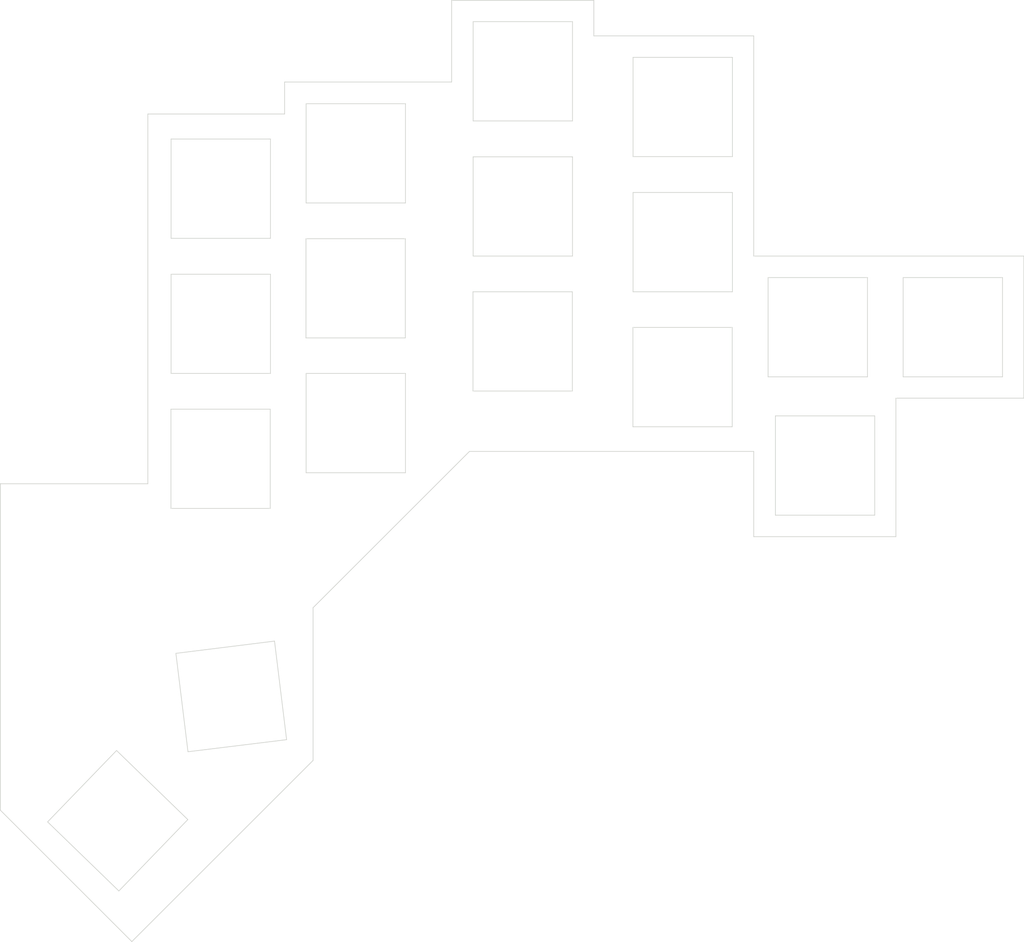
<source format=kicad_pcb>
(kicad_pcb (version 20221018) (generator pcbnew)
  (layers (0 "F.Cu" signal) (31 "B.Cu" signal) (34 "B.Paste" user) (35 "F.Paste" user) (36 "B.SilkS" user "B.Silkscreen") (37 "F.SilkS" user "F.Silkscreen") (38 "B.Mask" user) (39 "F.Mask" user) (44 "Edge.Cuts" user))
  (net 0 "")
  (footprint "MountingHole:MountingHole_2.2mm_M2_ISO7380" (layer "F.Cu") (at 96.52 131.826)
    (fp_text reference "REF**" hide)
    (fp_text value "MountingHole_2.2mm_M2_ISO7380" hide)
    (pad "" np_thru_hole circle (at 0 0) (size 2.2 2.2) (drill 2.2) (layers "F&B.Cu" "*.Mask"))
  )
  (footprint "MountingHole:MountingHole_2.2mm_M2_ISO7380" (layer "F.Cu") (at 124.46 60.706)
    (fp_text reference "REF**" hide)
    (fp_text value "MountingHole_2.2mm_M2_ISO7380" hide)
    (pad "" np_thru_hole circle (at 0 0) (size 2.2 2.2) (drill 2.2) (layers "F&B.Cu" "*.Mask"))
  )
  (footprint "MountingHole:MountingHole_2.2mm_M2_ISO7380" (layer "F.Cu") (at 145.796 86.36)
    (fp_text reference "REF**" hide)
    (fp_text value "MountingHole_2.2mm_M2_ISO7380" hide)
    (pad "" np_thru_hole circle (at 0 0) (size 2.2 2.2) (drill 2.2) (layers "F&B.Cu" "*.Mask"))
  )
  (footprint "MountingHole:MountingHole_2.2mm_M2_ISO7380" (layer "F.Cu") (at 169.164 57.15)
    (fp_text reference "REF**" hide)
    (fp_text value "MountingHole_2.2mm_M2_ISO7380" hide)
    (pad "" np_thru_hole circle (at 0 0) (size 2.2 2.2) (drill 2.2) (layers "F&B.Cu" "*.Mask"))
  )
  (footprint "MountingHole:MountingHole_2.2mm_M2_ISO7380" (layer "F.Cu") (at 189.992 74.676)
    (fp_text reference "REF**" hide)
    (fp_text value "MountingHole_2.2mm_M2_ISO7380" hide)
    (pad "" np_thru_hole circle (at 0 0) (size 2.2 2.2) (drill 2.2) (layers "F&B.Cu" "*.Mask"))
  )
  (gr_line (start 107.4674 70.1548) (end 107.4674 84.3534) (stroke (width 0.1)) (layer "Edge.Cuts"))
  (gr_line (start 164.8206 72.6694) (end 150.622 72.6694) (stroke (width 0.1)) (layer "Edge.Cuts"))
  (gr_line (start 121.666 84.3534) (end 121.666 70.1548) (stroke (width 0.1)) (layer "Edge.Cuts"))
  (gr_line (start 107.442 103.6574) (end 121.6406 103.6574) (stroke (width 0.1)) (layer "Edge.Cuts"))
  (gr_line (start 109.855 148.1582) (end 99.9998 158.369) (stroke (width 0.1)) (layer "Edge.Cuts"))
  (gr_line (start 121.666 70.1548) (end 107.4674 70.1548) (stroke (width 0.1)) (layer "Edge.Cuts"))
  (gr_line (start 187.706 53.34) (end 187.706 39.1414) (stroke (width 0.1)) (layer "Edge.Cuts"))
  (gr_line (start 150.6474 67.564) (end 164.846 67.564) (stroke (width 0.1)) (layer "Edge.Cuts"))
  (gr_line (start 126.7714 84.3534) (end 126.7714 98.552) (stroke (width 0.1)) (layer "Edge.Cuts"))
  (gr_line (start 107.442 89.4588) (end 107.442 103.6574) (stroke (width 0.1)) (layer "Edge.Cuts"))
  (gr_line (start 190.754 67.564) (end 190.754 36.068) (stroke (width 0.1)) (layer "Edge.Cuts"))
  (gr_line (start 164.846 53.3654) (end 150.6474 53.3654) (stroke (width 0.1)) (layer "Edge.Cuts"))
  (gr_line (start 150.6474 34.036) (end 150.6474 48.2346) (stroke (width 0.1)) (layer "Edge.Cuts"))
  (gr_line (start 126.746 65.0748) (end 126.746 79.2734) (stroke (width 0.1)) (layer "Edge.Cuts"))
  (gr_line (start 99.6696 138.2776) (end 109.855 148.1582) (stroke (width 0.1)) (layer "Edge.Cuts"))
  (gr_line (start 107.4674 65.024) (end 121.666 65.024) (stroke (width 0.1)) (layer "Edge.Cuts"))
  (gr_line (start 173.5074 39.1414) (end 173.5074 53.34) (stroke (width 0.1)) (layer "Edge.Cuts"))
  (gr_line (start 192.8114 70.6374) (end 192.8114 84.836) (stroke (width 0.1)) (layer "Edge.Cuts"))
  (gr_line (start 190.754 95.504) (end 190.754 107.696) (stroke (width 0.1)) (layer "Edge.Cuts"))
  (gr_line (start 192.8114 84.836) (end 207.01 84.836) (stroke (width 0.1)) (layer "Edge.Cuts"))
  (gr_line (start 127.762 139.7) (end 127.762 117.856) (stroke (width 0.1)) (layer "Edge.Cuts"))
  (gr_line (start 190.754 36.068) (end 167.894 36.068) (stroke (width 0.1)) (layer "Edge.Cuts"))
  (gr_line (start 140.9446 65.0748) (end 126.746 65.0748) (stroke (width 0.1)) (layer "Edge.Cuts"))
  (gr_line (start 212.1154 84.836) (end 226.314 84.836) (stroke (width 0.1)) (layer "Edge.Cuts"))
  (gr_line (start 107.4674 50.8254) (end 107.4674 65.024) (stroke (width 0.1)) (layer "Edge.Cuts"))
  (gr_line (start 173.482 91.9734) (end 187.6806 91.9734) (stroke (width 0.1)) (layer "Edge.Cuts"))
  (gr_line (start 104.14 100.1268) (end 83.058 100.1268) (stroke (width 0.1)) (layer "Edge.Cuts"))
  (gr_line (start 190.754 107.696) (end 211.074 107.696) (stroke (width 0.1)) (layer "Edge.Cuts"))
  (gr_line (start 164.8206 86.868) (end 164.8206 72.6694) (stroke (width 0.1)) (layer "Edge.Cuts"))
  (gr_line (start 208.0514 104.6226) (end 208.0514 90.424) (stroke (width 0.1)) (layer "Edge.Cuts"))
  (gr_line (start 107.4674 84.3534) (end 121.666 84.3534) (stroke (width 0.1)) (layer "Edge.Cuts"))
  (gr_line (start 187.6806 91.9734) (end 187.6806 77.7748) (stroke (width 0.1)) (layer "Edge.Cuts"))
  (gr_line (start 226.314 70.6374) (end 212.1154 70.6374) (stroke (width 0.1)) (layer "Edge.Cuts"))
  (gr_line (start 140.97 98.552) (end 140.97 84.3534) (stroke (width 0.1)) (layer "Edge.Cuts"))
  (gr_line (start 121.6406 103.6574) (end 121.6406 89.4588) (stroke (width 0.1)) (layer "Edge.Cuts"))
  (gr_line (start 126.7714 45.7708) (end 126.7714 59.9694) (stroke (width 0.1)) (layer "Edge.Cuts"))
  (gr_line (start 193.8528 104.6226) (end 208.0514 104.6226) (stroke (width 0.1)) (layer "Edge.Cuts"))
  (gr_line (start 229.362 87.884) (end 211.074 87.884) (stroke (width 0.1)) (layer "Edge.Cuts"))
  (gr_line (start 147.574 30.988) (end 147.574 42.672) (stroke (width 0.1)) (layer "Edge.Cuts"))
  (gr_line (start 150.114 95.504) (end 190.754 95.504) (stroke (width 0.1)) (layer "Edge.Cuts"))
  (gr_line (start 89.8144 148.4884) (end 99.6696 138.2776) (stroke (width 0.1)) (layer "Edge.Cuts"))
  (gr_line (start 173.5074 53.34) (end 187.706 53.34) (stroke (width 0.1)) (layer "Edge.Cuts"))
  (gr_line (start 167.894 30.988) (end 167.894 36.068) (stroke (width 0.1)) (layer "Edge.Cuts"))
  (gr_line (start 122.2502 122.6312) (end 123.9774 136.7282) (stroke (width 0.1)) (layer "Edge.Cuts"))
  (gr_line (start 173.482 77.7748) (end 173.482 91.9734) (stroke (width 0.1)) (layer "Edge.Cuts"))
  (gr_line (start 164.846 34.036) (end 150.6474 34.036) (stroke (width 0.1)) (layer "Edge.Cuts"))
  (gr_line (start 147.574 42.672) (end 123.698 42.672) (stroke (width 0.1)) (layer "Edge.Cuts"))
  (gr_line (start 83.058 146.812) (end 101.854 165.608) (stroke (width 0.1)) (layer "Edge.Cuts"))
  (gr_line (start 229.362 87.884) (end 229.362 67.564) (stroke (width 0.1)) (layer "Edge.Cuts"))
  (gr_line (start 167.894 30.988) (end 147.574 30.988) (stroke (width 0.1)) (layer "Edge.Cuts"))
  (gr_line (start 187.706 58.4708) (end 173.5074 58.4708) (stroke (width 0.1)) (layer "Edge.Cuts"))
  (gr_line (start 211.074 87.884) (end 211.074 107.696) (stroke (width 0.1)) (layer "Edge.Cuts"))
  (gr_line (start 229.362 67.564) (end 190.754 67.564) (stroke (width 0.1)) (layer "Edge.Cuts"))
  (gr_line (start 164.846 67.564) (end 164.846 53.3654) (stroke (width 0.1)) (layer "Edge.Cuts"))
  (gr_line (start 140.97 45.7708) (end 126.7714 45.7708) (stroke (width 0.1)) (layer "Edge.Cuts"))
  (gr_line (start 150.6474 48.2346) (end 164.846 48.2346) (stroke (width 0.1)) (layer "Edge.Cuts"))
  (gr_line (start 140.9446 79.2734) (end 140.9446 65.0748) (stroke (width 0.1)) (layer "Edge.Cuts"))
  (gr_line (start 121.666 50.8254) (end 107.4674 50.8254) (stroke (width 0.1)) (layer "Edge.Cuts"))
  (gr_line (start 173.5074 72.6694) (end 187.706 72.6694) (stroke (width 0.1)) (layer "Edge.Cuts"))
  (gr_line (start 150.6474 53.3654) (end 150.6474 67.564) (stroke (width 0.1)) (layer "Edge.Cuts"))
  (gr_line (start 121.6406 89.4588) (end 107.442 89.4588) (stroke (width 0.1)) (layer "Edge.Cuts"))
  (gr_line (start 127.762 117.856) (end 150.114 95.504) (stroke (width 0.1)) (layer "Edge.Cuts"))
  (gr_line (start 212.1154 70.6374) (end 212.1154 84.836) (stroke (width 0.1)) (layer "Edge.Cuts"))
  (gr_line (start 140.97 84.3534) (end 126.7714 84.3534) (stroke (width 0.1)) (layer "Edge.Cuts"))
  (gr_line (start 193.8528 90.424) (end 193.8528 104.6226) (stroke (width 0.1)) (layer "Edge.Cuts"))
  (gr_line (start 207.01 84.836) (end 207.01 70.6374) (stroke (width 0.1)) (layer "Edge.Cuts"))
  (gr_line (start 164.846 48.2346) (end 164.846 34.036) (stroke (width 0.1)) (layer "Edge.Cuts"))
  (gr_line (start 187.706 72.6694) (end 187.706 58.4708) (stroke (width 0.1)) (layer "Edge.Cuts"))
  (gr_line (start 207.01 70.6374) (end 192.8114 70.6374) (stroke (width 0.1)) (layer "Edge.Cuts"))
  (gr_line (start 126.7714 98.552) (end 140.97 98.552) (stroke (width 0.1)) (layer "Edge.Cuts"))
  (gr_line (start 187.706 39.1414) (end 173.5074 39.1414) (stroke (width 0.1)) (layer "Edge.Cuts"))
  (gr_line (start 123.698 47.244) (end 104.14 47.244) (stroke (width 0.1)) (layer "Edge.Cuts"))
  (gr_line (start 123.9774 136.7282) (end 109.8804 138.4554) (stroke (width 0.1)) (layer "Edge.Cuts"))
  (gr_line (start 104.14 47.244) (end 104.14 100.1268) (stroke (width 0.1)) (layer "Edge.Cuts"))
  (gr_line (start 173.5074 58.4708) (end 173.5074 72.6694) (stroke (width 0.1)) (layer "Edge.Cuts"))
  (gr_line (start 208.0514 90.424) (end 193.8528 90.424) (stroke (width 0.1)) (layer "Edge.Cuts"))
  (gr_line (start 150.622 86.868) (end 164.8206 86.868) (stroke (width 0.1)) (layer "Edge.Cuts"))
  (gr_line (start 150.622 72.6694) (end 150.622 86.868) (stroke (width 0.1)) (layer "Edge.Cuts"))
  (gr_line (start 83.058 100.1268) (end 83.058 146.812) (stroke (width 0.1)) (layer "Edge.Cuts"))
  (gr_line (start 101.854 165.608) (end 127.762 139.7) (stroke (width 0.1)) (layer "Edge.Cuts"))
  (gr_line (start 226.314 84.836) (end 226.314 70.6374) (stroke (width 0.1)) (layer "Edge.Cuts"))
  (gr_line (start 109.8804 138.4554) (end 108.1532 124.3838) (stroke (width 0.1)) (layer "Edge.Cuts"))
  (gr_line (start 187.6806 77.7748) (end 173.482 77.7748) (stroke (width 0.1)) (layer "Edge.Cuts"))
  (gr_line (start 121.666 65.024) (end 121.666 50.8254) (stroke (width 0.1)) (layer "Edge.Cuts"))
  (gr_line (start 108.1532 124.3838) (end 122.2502 122.6312) (stroke (width 0.1)) (layer "Edge.Cuts"))
  (gr_line (start 126.7714 59.9694) (end 140.97 59.9694) (stroke (width 0.1)) (layer "Edge.Cuts"))
  (gr_line (start 126.746 79.2734) (end 140.9446 79.2734) (stroke (width 0.1)) (layer "Edge.Cuts"))
  (gr_line (start 99.9998 158.369) (end 89.8144 148.4884) (stroke (width 0.1)) (layer "Edge.Cuts"))
  (gr_line (start 123.698 42.672) (end 123.698 47.244) (stroke (width 0.1)) (layer "Edge.Cuts"))
  (gr_line (start 140.97 59.9694) (end 140.97 45.7708) (stroke (width 0.1)) (layer "Edge.Cuts"))
)
</source>
